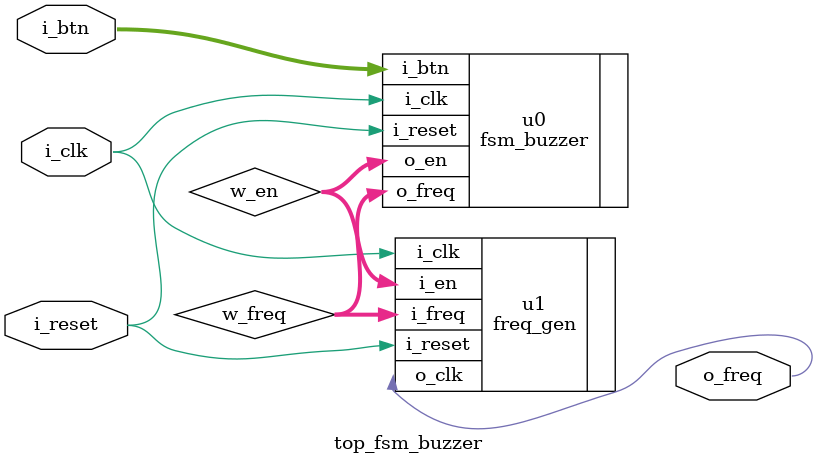
<source format=v>
`timescale 1ns / 1ps

module top_fsm_buzzer(
    input i_clk,
    input [3:0] i_btn,
    input i_reset,
    output o_freq
    );
    
    wire [15:0] w_freq;
    wire [3:0] w_en;
    
    fsm_buzzer u0(
    .i_clk(i_clk),
    .i_reset(i_reset),
    .i_btn(i_btn),
    .o_freq(w_freq),
    .o_en(w_en)
    );
    
    freq_gen u1(
    .i_clk(i_clk),
    .i_reset(i_reset),
    .i_freq(w_freq),
    .i_en(w_en),
    .o_clk(o_freq)
    );    
    
endmodule


</source>
